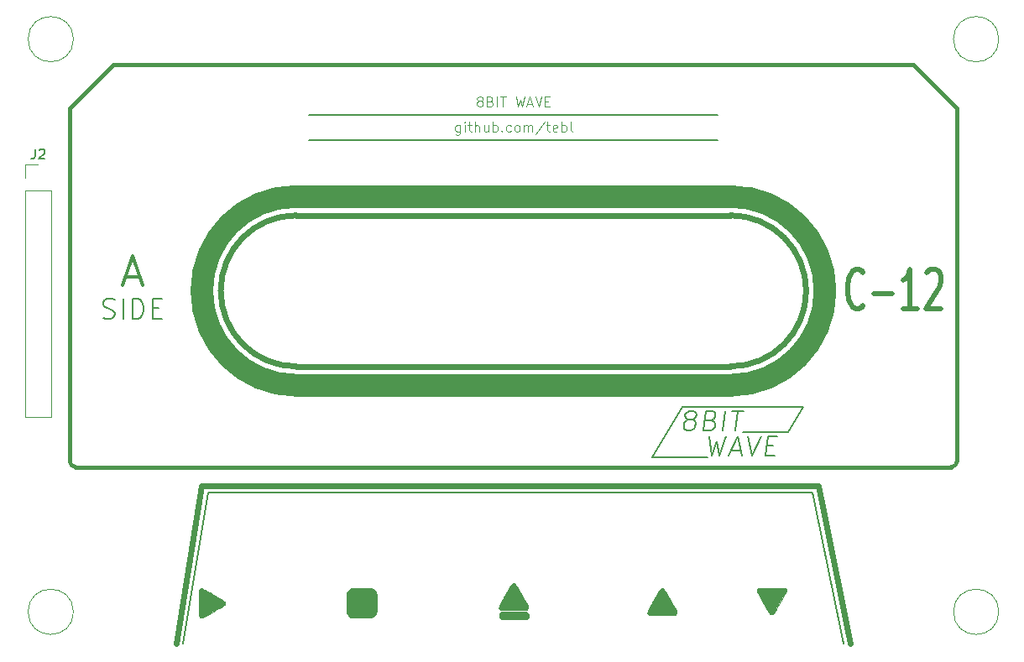
<source format=gto>
G04 #@! TF.GenerationSoftware,KiCad,Pcbnew,(5.1.8)-1*
G04 #@! TF.CreationDate,2021-01-16T01:02:15+01:00*
G04 #@! TF.ProjectId,8bitWave Faceplate A2,38626974-5761-4766-9520-46616365706c,rev?*
G04 #@! TF.SameCoordinates,Original*
G04 #@! TF.FileFunction,Legend,Top*
G04 #@! TF.FilePolarity,Positive*
%FSLAX46Y46*%
G04 Gerber Fmt 4.6, Leading zero omitted, Abs format (unit mm)*
G04 Created by KiCad (PCBNEW (5.1.8)-1) date 2021-01-16 01:02:15*
%MOMM*%
%LPD*%
G01*
G04 APERTURE LIST*
%ADD10C,0.300000*%
%ADD11C,2.300000*%
%ADD12C,0.400000*%
%ADD13C,0.600000*%
%ADD14C,0.500000*%
%ADD15C,0.150000*%
%ADD16C,0.200000*%
%ADD17C,0.100000*%
%ADD18C,0.120000*%
%ADD19C,0.010000*%
G04 APERTURE END LIST*
D10*
X81200714Y-105275000D02*
X82629285Y-105275000D01*
X80915000Y-106132142D02*
X81915000Y-103132142D01*
X82915000Y-106132142D01*
D11*
X88900000Y-106680000D02*
G75*
G03*
X98425000Y-116205000I9525000J0D01*
G01*
X98425000Y-97155000D02*
G75*
G03*
X88900000Y-106680000I0J-9525000D01*
G01*
X142240000Y-116205000D02*
G75*
G03*
X151765000Y-106680000I0J9525000D01*
G01*
X151765000Y-106680000D02*
G75*
G03*
X142240000Y-97155000I-9525000J0D01*
G01*
X98425000Y-97155000D02*
X142240000Y-97155000D01*
X98425000Y-116205000D02*
X142240000Y-116205000D01*
D12*
X76200000Y-124460000D02*
X164465000Y-124460000D01*
D13*
X142240000Y-99060000D02*
X98425000Y-99060000D01*
X98425000Y-114300000D02*
X142240000Y-114300000D01*
X90805000Y-106680000D02*
G75*
G03*
X98425000Y-114300000I7620000J0D01*
G01*
D14*
X155595238Y-108108571D02*
X155476190Y-108299047D01*
X155119047Y-108489523D01*
X154880952Y-108489523D01*
X154523809Y-108299047D01*
X154285714Y-107918095D01*
X154166666Y-107537142D01*
X154047619Y-106775238D01*
X154047619Y-106203809D01*
X154166666Y-105441904D01*
X154285714Y-105060952D01*
X154523809Y-104680000D01*
X154880952Y-104489523D01*
X155119047Y-104489523D01*
X155476190Y-104680000D01*
X155595238Y-104870476D01*
X156666666Y-106965714D02*
X158571428Y-106965714D01*
X161071428Y-108489523D02*
X159642857Y-108489523D01*
X160357142Y-108489523D02*
X160357142Y-104489523D01*
X160119047Y-105060952D01*
X159880952Y-105441904D01*
X159642857Y-105632380D01*
X162023809Y-104870476D02*
X162142857Y-104680000D01*
X162380952Y-104489523D01*
X162976190Y-104489523D01*
X163214285Y-104680000D01*
X163333333Y-104870476D01*
X163452380Y-105251428D01*
X163452380Y-105632380D01*
X163333333Y-106203809D01*
X161904761Y-108489523D01*
X163452380Y-108489523D01*
D15*
X78962619Y-109394523D02*
X79248333Y-109489761D01*
X79724523Y-109489761D01*
X79915000Y-109394523D01*
X80010238Y-109299285D01*
X80105476Y-109108809D01*
X80105476Y-108918333D01*
X80010238Y-108727857D01*
X79915000Y-108632619D01*
X79724523Y-108537380D01*
X79343571Y-108442142D01*
X79153095Y-108346904D01*
X79057857Y-108251666D01*
X78962619Y-108061190D01*
X78962619Y-107870714D01*
X79057857Y-107680238D01*
X79153095Y-107585000D01*
X79343571Y-107489761D01*
X79819761Y-107489761D01*
X80105476Y-107585000D01*
X80962619Y-109489761D02*
X80962619Y-107489761D01*
X81915000Y-109489761D02*
X81915000Y-107489761D01*
X82391190Y-107489761D01*
X82676904Y-107585000D01*
X82867380Y-107775476D01*
X82962619Y-107965952D01*
X83057857Y-108346904D01*
X83057857Y-108632619D01*
X82962619Y-109013571D01*
X82867380Y-109204047D01*
X82676904Y-109394523D01*
X82391190Y-109489761D01*
X81915000Y-109489761D01*
X83915000Y-108442142D02*
X84581666Y-108442142D01*
X84867380Y-109489761D02*
X83915000Y-109489761D01*
X83915000Y-107489761D01*
X84867380Y-107489761D01*
D16*
X99695000Y-88900000D02*
X140970000Y-88900000D01*
X99695000Y-91440000D02*
X140970000Y-91440000D01*
D17*
X114927738Y-89955714D02*
X114927738Y-90765238D01*
X114880119Y-90860476D01*
X114832500Y-90908095D01*
X114737261Y-90955714D01*
X114594404Y-90955714D01*
X114499166Y-90908095D01*
X114927738Y-90574761D02*
X114832500Y-90622380D01*
X114642023Y-90622380D01*
X114546785Y-90574761D01*
X114499166Y-90527142D01*
X114451547Y-90431904D01*
X114451547Y-90146190D01*
X114499166Y-90050952D01*
X114546785Y-90003333D01*
X114642023Y-89955714D01*
X114832500Y-89955714D01*
X114927738Y-90003333D01*
X115403928Y-90622380D02*
X115403928Y-89955714D01*
X115403928Y-89622380D02*
X115356309Y-89670000D01*
X115403928Y-89717619D01*
X115451547Y-89670000D01*
X115403928Y-89622380D01*
X115403928Y-89717619D01*
X115737261Y-89955714D02*
X116118214Y-89955714D01*
X115880119Y-89622380D02*
X115880119Y-90479523D01*
X115927738Y-90574761D01*
X116022976Y-90622380D01*
X116118214Y-90622380D01*
X116451547Y-90622380D02*
X116451547Y-89622380D01*
X116880119Y-90622380D02*
X116880119Y-90098571D01*
X116832500Y-90003333D01*
X116737261Y-89955714D01*
X116594404Y-89955714D01*
X116499166Y-90003333D01*
X116451547Y-90050952D01*
X117784880Y-89955714D02*
X117784880Y-90622380D01*
X117356309Y-89955714D02*
X117356309Y-90479523D01*
X117403928Y-90574761D01*
X117499166Y-90622380D01*
X117642023Y-90622380D01*
X117737261Y-90574761D01*
X117784880Y-90527142D01*
X118261071Y-90622380D02*
X118261071Y-89622380D01*
X118261071Y-90003333D02*
X118356309Y-89955714D01*
X118546785Y-89955714D01*
X118642023Y-90003333D01*
X118689642Y-90050952D01*
X118737261Y-90146190D01*
X118737261Y-90431904D01*
X118689642Y-90527142D01*
X118642023Y-90574761D01*
X118546785Y-90622380D01*
X118356309Y-90622380D01*
X118261071Y-90574761D01*
X119165833Y-90527142D02*
X119213452Y-90574761D01*
X119165833Y-90622380D01*
X119118214Y-90574761D01*
X119165833Y-90527142D01*
X119165833Y-90622380D01*
X120070595Y-90574761D02*
X119975357Y-90622380D01*
X119784880Y-90622380D01*
X119689642Y-90574761D01*
X119642023Y-90527142D01*
X119594404Y-90431904D01*
X119594404Y-90146190D01*
X119642023Y-90050952D01*
X119689642Y-90003333D01*
X119784880Y-89955714D01*
X119975357Y-89955714D01*
X120070595Y-90003333D01*
X120642023Y-90622380D02*
X120546785Y-90574761D01*
X120499166Y-90527142D01*
X120451547Y-90431904D01*
X120451547Y-90146190D01*
X120499166Y-90050952D01*
X120546785Y-90003333D01*
X120642023Y-89955714D01*
X120784880Y-89955714D01*
X120880119Y-90003333D01*
X120927738Y-90050952D01*
X120975357Y-90146190D01*
X120975357Y-90431904D01*
X120927738Y-90527142D01*
X120880119Y-90574761D01*
X120784880Y-90622380D01*
X120642023Y-90622380D01*
X121403928Y-90622380D02*
X121403928Y-89955714D01*
X121403928Y-90050952D02*
X121451547Y-90003333D01*
X121546785Y-89955714D01*
X121689642Y-89955714D01*
X121784880Y-90003333D01*
X121832500Y-90098571D01*
X121832500Y-90622380D01*
X121832500Y-90098571D02*
X121880119Y-90003333D01*
X121975357Y-89955714D01*
X122118214Y-89955714D01*
X122213452Y-90003333D01*
X122261071Y-90098571D01*
X122261071Y-90622380D01*
X123451547Y-89574761D02*
X122594404Y-90860476D01*
X123642023Y-89955714D02*
X124022976Y-89955714D01*
X123784880Y-89622380D02*
X123784880Y-90479523D01*
X123832500Y-90574761D01*
X123927738Y-90622380D01*
X124022976Y-90622380D01*
X124737261Y-90574761D02*
X124642023Y-90622380D01*
X124451547Y-90622380D01*
X124356309Y-90574761D01*
X124308690Y-90479523D01*
X124308690Y-90098571D01*
X124356309Y-90003333D01*
X124451547Y-89955714D01*
X124642023Y-89955714D01*
X124737261Y-90003333D01*
X124784880Y-90098571D01*
X124784880Y-90193809D01*
X124308690Y-90289047D01*
X125213452Y-90622380D02*
X125213452Y-89622380D01*
X125213452Y-90003333D02*
X125308690Y-89955714D01*
X125499166Y-89955714D01*
X125594404Y-90003333D01*
X125642023Y-90050952D01*
X125689642Y-90146190D01*
X125689642Y-90431904D01*
X125642023Y-90527142D01*
X125594404Y-90574761D01*
X125499166Y-90622380D01*
X125308690Y-90622380D01*
X125213452Y-90574761D01*
X126261071Y-90622380D02*
X126165833Y-90574761D01*
X126118214Y-90479523D01*
X126118214Y-89622380D01*
X116856309Y-87510952D02*
X116761071Y-87463333D01*
X116713452Y-87415714D01*
X116665833Y-87320476D01*
X116665833Y-87272857D01*
X116713452Y-87177619D01*
X116761071Y-87130000D01*
X116856309Y-87082380D01*
X117046785Y-87082380D01*
X117142023Y-87130000D01*
X117189642Y-87177619D01*
X117237261Y-87272857D01*
X117237261Y-87320476D01*
X117189642Y-87415714D01*
X117142023Y-87463333D01*
X117046785Y-87510952D01*
X116856309Y-87510952D01*
X116761071Y-87558571D01*
X116713452Y-87606190D01*
X116665833Y-87701428D01*
X116665833Y-87891904D01*
X116713452Y-87987142D01*
X116761071Y-88034761D01*
X116856309Y-88082380D01*
X117046785Y-88082380D01*
X117142023Y-88034761D01*
X117189642Y-87987142D01*
X117237261Y-87891904D01*
X117237261Y-87701428D01*
X117189642Y-87606190D01*
X117142023Y-87558571D01*
X117046785Y-87510952D01*
X117999166Y-87558571D02*
X118142023Y-87606190D01*
X118189642Y-87653809D01*
X118237261Y-87749047D01*
X118237261Y-87891904D01*
X118189642Y-87987142D01*
X118142023Y-88034761D01*
X118046785Y-88082380D01*
X117665833Y-88082380D01*
X117665833Y-87082380D01*
X117999166Y-87082380D01*
X118094404Y-87130000D01*
X118142023Y-87177619D01*
X118189642Y-87272857D01*
X118189642Y-87368095D01*
X118142023Y-87463333D01*
X118094404Y-87510952D01*
X117999166Y-87558571D01*
X117665833Y-87558571D01*
X118665833Y-88082380D02*
X118665833Y-87082380D01*
X118999166Y-87082380D02*
X119570595Y-87082380D01*
X119284880Y-88082380D02*
X119284880Y-87082380D01*
X120570595Y-87082380D02*
X120808690Y-88082380D01*
X120999166Y-87368095D01*
X121189642Y-88082380D01*
X121427738Y-87082380D01*
X121761071Y-87796666D02*
X122237261Y-87796666D01*
X121665833Y-88082380D02*
X121999166Y-87082380D01*
X122332500Y-88082380D01*
X122522976Y-87082380D02*
X122856309Y-88082380D01*
X123189642Y-87082380D01*
X123522976Y-87558571D02*
X123856309Y-87558571D01*
X123999166Y-88082380D02*
X123522976Y-88082380D01*
X123522976Y-87082380D01*
X123999166Y-87082380D01*
D16*
X153670000Y-142240000D02*
X150495000Y-127000000D01*
X86995000Y-142240000D02*
X89530000Y-127000000D01*
X150495000Y-127000000D02*
X89535000Y-127000000D01*
D13*
X149860000Y-106680000D02*
G75*
G03*
X142240000Y-99060000I-7620000J0D01*
G01*
X142240000Y-114300000D02*
G75*
G03*
X149860000Y-106680000I0J7620000D01*
G01*
X98425000Y-99060000D02*
G75*
G03*
X90805000Y-106680000I0J-7620000D01*
G01*
D12*
X160655000Y-83820000D02*
X80010000Y-83820000D01*
X165100000Y-123825000D02*
X165100000Y-88265000D01*
X164465000Y-124460000D02*
G75*
G03*
X165100000Y-123825000I0J635000D01*
G01*
X75565000Y-123825000D02*
X75565000Y-88265000D01*
X75565000Y-123825000D02*
G75*
G03*
X76200000Y-124460000I635000J0D01*
G01*
X160655000Y-83820000D02*
X165100000Y-88265000D01*
X80010000Y-83820000D02*
X75565000Y-88265000D01*
D13*
X88900000Y-126365000D02*
X151130000Y-126365000D01*
X88900000Y-126365000D02*
X86360000Y-142240000D01*
X151130000Y-126365000D02*
X154305000Y-142240000D01*
D18*
X71060000Y-119440000D02*
X73720000Y-119440000D01*
X71060000Y-96520000D02*
X71060000Y-119440000D01*
X73720000Y-96520000D02*
X73720000Y-119440000D01*
X71060000Y-96520000D02*
X73720000Y-96520000D01*
X71060000Y-95250000D02*
X71060000Y-93920000D01*
X71060000Y-93920000D02*
X72390000Y-93920000D01*
X75946000Y-139065000D02*
G75*
G03*
X75946000Y-139065000I-2286000J0D01*
G01*
X169291000Y-139065000D02*
G75*
G03*
X169291000Y-139065000I-2286000J0D01*
G01*
X169291000Y-81280000D02*
G75*
G03*
X169291000Y-81280000I-2286000J0D01*
G01*
X75946000Y-81280000D02*
G75*
G03*
X75946000Y-81280000I-2286000J0D01*
G01*
D19*
G36*
X88918908Y-136706653D02*
G01*
X89047678Y-136758817D01*
X89154590Y-136816790D01*
X89228716Y-136859672D01*
X89344528Y-136926514D01*
X89494779Y-137013140D01*
X89672224Y-137115375D01*
X89869614Y-137229044D01*
X90079705Y-137349971D01*
X90262157Y-137454946D01*
X90469420Y-137575216D01*
X90662816Y-137689434D01*
X90836437Y-137793960D01*
X90984377Y-137885154D01*
X91100728Y-137959376D01*
X91179583Y-138012987D01*
X91214657Y-138041852D01*
X91264411Y-138143950D01*
X91258984Y-138248631D01*
X91198849Y-138349050D01*
X91193056Y-138355268D01*
X91150981Y-138387908D01*
X91065861Y-138444512D01*
X90943827Y-138521335D01*
X90791008Y-138614631D01*
X90613534Y-138720653D01*
X90417534Y-138835656D01*
X90226445Y-138945985D01*
X90012735Y-139068491D01*
X89806226Y-139186994D01*
X89614090Y-139297366D01*
X89443501Y-139395484D01*
X89301634Y-139477220D01*
X89195663Y-139538449D01*
X89140337Y-139570605D01*
X88990930Y-139647847D01*
X88872405Y-139684122D01*
X88777288Y-139679877D01*
X88698106Y-139635555D01*
X88662620Y-139599057D01*
X88589556Y-139512225D01*
X88589556Y-136867998D01*
X88662620Y-136781166D01*
X88734188Y-136718393D01*
X88817014Y-136693367D01*
X88918908Y-136706653D01*
G37*
X88918908Y-136706653D02*
X89047678Y-136758817D01*
X89154590Y-136816790D01*
X89228716Y-136859672D01*
X89344528Y-136926514D01*
X89494779Y-137013140D01*
X89672224Y-137115375D01*
X89869614Y-137229044D01*
X90079705Y-137349971D01*
X90262157Y-137454946D01*
X90469420Y-137575216D01*
X90662816Y-137689434D01*
X90836437Y-137793960D01*
X90984377Y-137885154D01*
X91100728Y-137959376D01*
X91179583Y-138012987D01*
X91214657Y-138041852D01*
X91264411Y-138143950D01*
X91258984Y-138248631D01*
X91198849Y-138349050D01*
X91193056Y-138355268D01*
X91150981Y-138387908D01*
X91065861Y-138444512D01*
X90943827Y-138521335D01*
X90791008Y-138614631D01*
X90613534Y-138720653D01*
X90417534Y-138835656D01*
X90226445Y-138945985D01*
X90012735Y-139068491D01*
X89806226Y-139186994D01*
X89614090Y-139297366D01*
X89443501Y-139395484D01*
X89301634Y-139477220D01*
X89195663Y-139538449D01*
X89140337Y-139570605D01*
X88990930Y-139647847D01*
X88872405Y-139684122D01*
X88777288Y-139679877D01*
X88698106Y-139635555D01*
X88662620Y-139599057D01*
X88589556Y-139512225D01*
X88589556Y-136867998D01*
X88662620Y-136781166D01*
X88734188Y-136718393D01*
X88817014Y-136693367D01*
X88918908Y-136706653D01*
G36*
X106164162Y-136738047D02*
G01*
X106321687Y-136846139D01*
X106437341Y-136991905D01*
X106500182Y-137139135D01*
X106512565Y-137210607D01*
X106522771Y-137329511D01*
X106530807Y-137486879D01*
X106536677Y-137673741D01*
X106540387Y-137881126D01*
X106541943Y-138100066D01*
X106541350Y-138321590D01*
X106538613Y-138536730D01*
X106533738Y-138736515D01*
X106526731Y-138911977D01*
X106517597Y-139054145D01*
X106506341Y-139154050D01*
X106498935Y-139188787D01*
X106422715Y-139360619D01*
X106307007Y-139493723D01*
X106167248Y-139584194D01*
X106019807Y-139657667D01*
X105030515Y-139655439D01*
X104749608Y-139653939D01*
X104504470Y-139650858D01*
X104299102Y-139646314D01*
X104137502Y-139640426D01*
X104023670Y-139633312D01*
X103961605Y-139625091D01*
X103956556Y-139623615D01*
X103803728Y-139541563D01*
X103671881Y-139413254D01*
X103611463Y-139325100D01*
X103533223Y-139192000D01*
X103524794Y-138226449D01*
X103523200Y-137934625D01*
X103523806Y-137683267D01*
X103526547Y-137475638D01*
X103531359Y-137314999D01*
X103538178Y-137204612D01*
X103545877Y-137151299D01*
X103617375Y-136987534D01*
X103731970Y-136846661D01*
X103877411Y-136743303D01*
X103894738Y-136734865D01*
X103934550Y-136716792D01*
X103972475Y-136702230D01*
X104014837Y-136690798D01*
X104067959Y-136682116D01*
X104138164Y-136675802D01*
X104231775Y-136671474D01*
X104355114Y-136668752D01*
X104514504Y-136667254D01*
X104716269Y-136666599D01*
X104966731Y-136666406D01*
X105030515Y-136666387D01*
X106019807Y-136666112D01*
X106164162Y-136738047D01*
G37*
X106164162Y-136738047D02*
X106321687Y-136846139D01*
X106437341Y-136991905D01*
X106500182Y-137139135D01*
X106512565Y-137210607D01*
X106522771Y-137329511D01*
X106530807Y-137486879D01*
X106536677Y-137673741D01*
X106540387Y-137881126D01*
X106541943Y-138100066D01*
X106541350Y-138321590D01*
X106538613Y-138536730D01*
X106533738Y-138736515D01*
X106526731Y-138911977D01*
X106517597Y-139054145D01*
X106506341Y-139154050D01*
X106498935Y-139188787D01*
X106422715Y-139360619D01*
X106307007Y-139493723D01*
X106167248Y-139584194D01*
X106019807Y-139657667D01*
X105030515Y-139655439D01*
X104749608Y-139653939D01*
X104504470Y-139650858D01*
X104299102Y-139646314D01*
X104137502Y-139640426D01*
X104023670Y-139633312D01*
X103961605Y-139625091D01*
X103956556Y-139623615D01*
X103803728Y-139541563D01*
X103671881Y-139413254D01*
X103611463Y-139325100D01*
X103533223Y-139192000D01*
X103524794Y-138226449D01*
X103523200Y-137934625D01*
X103523806Y-137683267D01*
X103526547Y-137475638D01*
X103531359Y-137314999D01*
X103538178Y-137204612D01*
X103545877Y-137151299D01*
X103617375Y-136987534D01*
X103731970Y-136846661D01*
X103877411Y-136743303D01*
X103894738Y-136734865D01*
X103934550Y-136716792D01*
X103972475Y-136702230D01*
X104014837Y-136690798D01*
X104067959Y-136682116D01*
X104138164Y-136675802D01*
X104231775Y-136671474D01*
X104355114Y-136668752D01*
X104514504Y-136667254D01*
X104716269Y-136666599D01*
X104966731Y-136666406D01*
X105030515Y-136666387D01*
X106019807Y-136666112D01*
X106164162Y-136738047D01*
G36*
X120387987Y-136195069D02*
G01*
X120489114Y-136249559D01*
X120505241Y-136263945D01*
X120538163Y-136306157D01*
X120595015Y-136391348D01*
X120672006Y-136513330D01*
X120765341Y-136665913D01*
X120871230Y-136842908D01*
X120985879Y-137038128D01*
X121088920Y-137216445D01*
X121211067Y-137429359D01*
X121329606Y-137635865D01*
X121440286Y-137828569D01*
X121538858Y-138000077D01*
X121621075Y-138142995D01*
X121682685Y-138249931D01*
X121713012Y-138302410D01*
X121789569Y-138448347D01*
X121828495Y-138562449D01*
X121830575Y-138654238D01*
X121796594Y-138733231D01*
X121752838Y-138784949D01*
X121670342Y-138867445D01*
X119017442Y-138867445D01*
X118930610Y-138794381D01*
X118893730Y-138761766D01*
X118865669Y-138729482D01*
X118848179Y-138693112D01*
X118843010Y-138648243D01*
X118851916Y-138590457D01*
X118876647Y-138515342D01*
X118918955Y-138418480D01*
X118980593Y-138295457D01*
X119063311Y-138141858D01*
X119168862Y-137953267D01*
X119298997Y-137725270D01*
X119455468Y-137453451D01*
X119478391Y-137413700D01*
X119611724Y-137183870D01*
X119738752Y-136967500D01*
X119856263Y-136769877D01*
X119961045Y-136596287D01*
X120049886Y-136452016D01*
X120119575Y-136342350D01*
X120166900Y-136272577D01*
X120185521Y-136249834D01*
X120284345Y-136195052D01*
X120387987Y-136195069D01*
G37*
X120387987Y-136195069D02*
X120489114Y-136249559D01*
X120505241Y-136263945D01*
X120538163Y-136306157D01*
X120595015Y-136391348D01*
X120672006Y-136513330D01*
X120765341Y-136665913D01*
X120871230Y-136842908D01*
X120985879Y-137038128D01*
X121088920Y-137216445D01*
X121211067Y-137429359D01*
X121329606Y-137635865D01*
X121440286Y-137828569D01*
X121538858Y-138000077D01*
X121621075Y-138142995D01*
X121682685Y-138249931D01*
X121713012Y-138302410D01*
X121789569Y-138448347D01*
X121828495Y-138562449D01*
X121830575Y-138654238D01*
X121796594Y-138733231D01*
X121752838Y-138784949D01*
X121670342Y-138867445D01*
X119017442Y-138867445D01*
X118930610Y-138794381D01*
X118893730Y-138761766D01*
X118865669Y-138729482D01*
X118848179Y-138693112D01*
X118843010Y-138648243D01*
X118851916Y-138590457D01*
X118876647Y-138515342D01*
X118918955Y-138418480D01*
X118980593Y-138295457D01*
X119063311Y-138141858D01*
X119168862Y-137953267D01*
X119298997Y-137725270D01*
X119455468Y-137453451D01*
X119478391Y-137413700D01*
X119611724Y-137183870D01*
X119738752Y-136967500D01*
X119856263Y-136769877D01*
X119961045Y-136596287D01*
X120049886Y-136452016D01*
X120119575Y-136342350D01*
X120166900Y-136272577D01*
X120185521Y-136249834D01*
X120284345Y-136195052D01*
X120387987Y-136195069D01*
G36*
X120887520Y-139013215D02*
G01*
X121117922Y-139015236D01*
X121303092Y-139018932D01*
X121439818Y-139024249D01*
X121524890Y-139031134D01*
X121546625Y-139035032D01*
X121633508Y-139074104D01*
X121722720Y-139137424D01*
X121749261Y-139162327D01*
X121810907Y-139236905D01*
X121842536Y-139312954D01*
X121855674Y-139409817D01*
X121844480Y-139563427D01*
X121784852Y-139688704D01*
X121675184Y-139788830D01*
X121659203Y-139798931D01*
X121634616Y-139812588D01*
X121606275Y-139823831D01*
X121568787Y-139832893D01*
X121516758Y-139840010D01*
X121444793Y-139845414D01*
X121347498Y-139849341D01*
X121219481Y-139852024D01*
X121055347Y-139853699D01*
X120849702Y-139854598D01*
X120597153Y-139854957D01*
X120367778Y-139855012D01*
X120075511Y-139854909D01*
X119834295Y-139854446D01*
X119638735Y-139853389D01*
X119483438Y-139851502D01*
X119363009Y-139848551D01*
X119272056Y-139844303D01*
X119205184Y-139838524D01*
X119156998Y-139830978D01*
X119122107Y-139821432D01*
X119095114Y-139809651D01*
X119076354Y-139798931D01*
X118960195Y-139700340D01*
X118894490Y-139576502D01*
X118878705Y-139426375D01*
X118879385Y-139415811D01*
X118911576Y-139266619D01*
X118986819Y-139150585D01*
X119083667Y-139074438D01*
X119108521Y-139061425D01*
X119140165Y-139050693D01*
X119184106Y-139041971D01*
X119245850Y-139034989D01*
X119330905Y-139029475D01*
X119444776Y-139025158D01*
X119592972Y-139021768D01*
X119780998Y-139019034D01*
X120014361Y-139016684D01*
X120298568Y-139014449D01*
X120303857Y-139014410D01*
X120615094Y-139012922D01*
X120887520Y-139013215D01*
G37*
X120887520Y-139013215D02*
X121117922Y-139015236D01*
X121303092Y-139018932D01*
X121439818Y-139024249D01*
X121524890Y-139031134D01*
X121546625Y-139035032D01*
X121633508Y-139074104D01*
X121722720Y-139137424D01*
X121749261Y-139162327D01*
X121810907Y-139236905D01*
X121842536Y-139312954D01*
X121855674Y-139409817D01*
X121844480Y-139563427D01*
X121784852Y-139688704D01*
X121675184Y-139788830D01*
X121659203Y-139798931D01*
X121634616Y-139812588D01*
X121606275Y-139823831D01*
X121568787Y-139832893D01*
X121516758Y-139840010D01*
X121444793Y-139845414D01*
X121347498Y-139849341D01*
X121219481Y-139852024D01*
X121055347Y-139853699D01*
X120849702Y-139854598D01*
X120597153Y-139854957D01*
X120367778Y-139855012D01*
X120075511Y-139854909D01*
X119834295Y-139854446D01*
X119638735Y-139853389D01*
X119483438Y-139851502D01*
X119363009Y-139848551D01*
X119272056Y-139844303D01*
X119205184Y-139838524D01*
X119156998Y-139830978D01*
X119122107Y-139821432D01*
X119095114Y-139809651D01*
X119076354Y-139798931D01*
X118960195Y-139700340D01*
X118894490Y-139576502D01*
X118878705Y-139426375D01*
X118879385Y-139415811D01*
X118911576Y-139266619D01*
X118986819Y-139150585D01*
X119083667Y-139074438D01*
X119108521Y-139061425D01*
X119140165Y-139050693D01*
X119184106Y-139041971D01*
X119245850Y-139034989D01*
X119330905Y-139029475D01*
X119444776Y-139025158D01*
X119592972Y-139021768D01*
X119780998Y-139019034D01*
X120014361Y-139016684D01*
X120298568Y-139014449D01*
X120303857Y-139014410D01*
X120615094Y-139012922D01*
X120887520Y-139013215D01*
G36*
X146691407Y-136652228D02*
G01*
X146956698Y-136653216D01*
X147175314Y-136655420D01*
X147352139Y-136659296D01*
X147492057Y-136665301D01*
X147599952Y-136673890D01*
X147680708Y-136685521D01*
X147739209Y-136700649D01*
X147780341Y-136719730D01*
X147808986Y-136743220D01*
X147830028Y-136771577D01*
X147839840Y-136788867D01*
X147856510Y-136824601D01*
X147866123Y-136861916D01*
X147866614Y-136905360D01*
X147855920Y-136959481D01*
X147831979Y-137028825D01*
X147792728Y-137117940D01*
X147736103Y-137231372D01*
X147660041Y-137373670D01*
X147562480Y-137549379D01*
X147441355Y-137763048D01*
X147294605Y-138019224D01*
X147233030Y-138126336D01*
X147100112Y-138356338D01*
X146974075Y-138572360D01*
X146858026Y-138769221D01*
X146755075Y-138941742D01*
X146668329Y-139084743D01*
X146600898Y-139193044D01*
X146555889Y-139261465D01*
X146538459Y-139283723D01*
X146463884Y-139318820D01*
X146364619Y-139331601D01*
X146268565Y-139320238D01*
X146228842Y-139304001D01*
X146194791Y-139268430D01*
X146142558Y-139195855D01*
X146080883Y-139098884D01*
X146048442Y-139043804D01*
X146002766Y-138964366D01*
X145933103Y-138843523D01*
X145843751Y-138688714D01*
X145739008Y-138507380D01*
X145623171Y-138306963D01*
X145500538Y-138094902D01*
X145396878Y-137915739D01*
X145254931Y-137669654D01*
X145139545Y-137466998D01*
X145048505Y-137302645D01*
X144979590Y-137171470D01*
X144930583Y-137068344D01*
X144899266Y-136988143D01*
X144883421Y-136925740D01*
X144880829Y-136876009D01*
X144889273Y-136833823D01*
X144906534Y-136794056D01*
X144909272Y-136788867D01*
X144928256Y-136757726D01*
X144952234Y-136731694D01*
X144986091Y-136710315D01*
X145034711Y-136693134D01*
X145102977Y-136679693D01*
X145195774Y-136669536D01*
X145317987Y-136662208D01*
X145474499Y-136657252D01*
X145670194Y-136654212D01*
X145909957Y-136652632D01*
X146198671Y-136652055D01*
X146374556Y-136652000D01*
X146691407Y-136652228D01*
G37*
X146691407Y-136652228D02*
X146956698Y-136653216D01*
X147175314Y-136655420D01*
X147352139Y-136659296D01*
X147492057Y-136665301D01*
X147599952Y-136673890D01*
X147680708Y-136685521D01*
X147739209Y-136700649D01*
X147780341Y-136719730D01*
X147808986Y-136743220D01*
X147830028Y-136771577D01*
X147839840Y-136788867D01*
X147856510Y-136824601D01*
X147866123Y-136861916D01*
X147866614Y-136905360D01*
X147855920Y-136959481D01*
X147831979Y-137028825D01*
X147792728Y-137117940D01*
X147736103Y-137231372D01*
X147660041Y-137373670D01*
X147562480Y-137549379D01*
X147441355Y-137763048D01*
X147294605Y-138019224D01*
X147233030Y-138126336D01*
X147100112Y-138356338D01*
X146974075Y-138572360D01*
X146858026Y-138769221D01*
X146755075Y-138941742D01*
X146668329Y-139084743D01*
X146600898Y-139193044D01*
X146555889Y-139261465D01*
X146538459Y-139283723D01*
X146463884Y-139318820D01*
X146364619Y-139331601D01*
X146268565Y-139320238D01*
X146228842Y-139304001D01*
X146194791Y-139268430D01*
X146142558Y-139195855D01*
X146080883Y-139098884D01*
X146048442Y-139043804D01*
X146002766Y-138964366D01*
X145933103Y-138843523D01*
X145843751Y-138688714D01*
X145739008Y-138507380D01*
X145623171Y-138306963D01*
X145500538Y-138094902D01*
X145396878Y-137915739D01*
X145254931Y-137669654D01*
X145139545Y-137466998D01*
X145048505Y-137302645D01*
X144979590Y-137171470D01*
X144930583Y-137068344D01*
X144899266Y-136988143D01*
X144883421Y-136925740D01*
X144880829Y-136876009D01*
X144889273Y-136833823D01*
X144906534Y-136794056D01*
X144909272Y-136788867D01*
X144928256Y-136757726D01*
X144952234Y-136731694D01*
X144986091Y-136710315D01*
X145034711Y-136693134D01*
X145102977Y-136679693D01*
X145195774Y-136669536D01*
X145317987Y-136662208D01*
X145474499Y-136657252D01*
X145670194Y-136654212D01*
X145909957Y-136652632D01*
X146198671Y-136652055D01*
X146374556Y-136652000D01*
X146691407Y-136652228D01*
D15*
X149606000Y-118364000D02*
X137414000Y-118364000D01*
X134366000Y-123444000D02*
X139954000Y-123444000D01*
X148082000Y-120904000D02*
X149606000Y-118364000D01*
X134366000Y-123444000D02*
X137414000Y-118364000D01*
X143510000Y-120904000D02*
X148082000Y-120904000D01*
D19*
G36*
X135373987Y-136703069D02*
G01*
X135475114Y-136757559D01*
X135491241Y-136771945D01*
X135524163Y-136814157D01*
X135581015Y-136899348D01*
X135658006Y-137021330D01*
X135751341Y-137173913D01*
X135857230Y-137350908D01*
X135971879Y-137546128D01*
X136074920Y-137724445D01*
X136197067Y-137937359D01*
X136315606Y-138143865D01*
X136426286Y-138336569D01*
X136524858Y-138508077D01*
X136607075Y-138650995D01*
X136668685Y-138757931D01*
X136699012Y-138810410D01*
X136775569Y-138956347D01*
X136814495Y-139070449D01*
X136816575Y-139162238D01*
X136782594Y-139241231D01*
X136738838Y-139292949D01*
X136656342Y-139375445D01*
X134003442Y-139375445D01*
X133916610Y-139302381D01*
X133879730Y-139269766D01*
X133851669Y-139237482D01*
X133834179Y-139201112D01*
X133829010Y-139156243D01*
X133837916Y-139098457D01*
X133862647Y-139023342D01*
X133904955Y-138926480D01*
X133966593Y-138803457D01*
X134049311Y-138649858D01*
X134154862Y-138461267D01*
X134284997Y-138233270D01*
X134441468Y-137961451D01*
X134464391Y-137921700D01*
X134597724Y-137691870D01*
X134724752Y-137475500D01*
X134842263Y-137277877D01*
X134947045Y-137104287D01*
X135035886Y-136960016D01*
X135105575Y-136850350D01*
X135152900Y-136780577D01*
X135171521Y-136757834D01*
X135270345Y-136703052D01*
X135373987Y-136703069D01*
G37*
X135373987Y-136703069D02*
X135475114Y-136757559D01*
X135491241Y-136771945D01*
X135524163Y-136814157D01*
X135581015Y-136899348D01*
X135658006Y-137021330D01*
X135751341Y-137173913D01*
X135857230Y-137350908D01*
X135971879Y-137546128D01*
X136074920Y-137724445D01*
X136197067Y-137937359D01*
X136315606Y-138143865D01*
X136426286Y-138336569D01*
X136524858Y-138508077D01*
X136607075Y-138650995D01*
X136668685Y-138757931D01*
X136699012Y-138810410D01*
X136775569Y-138956347D01*
X136814495Y-139070449D01*
X136816575Y-139162238D01*
X136782594Y-139241231D01*
X136738838Y-139292949D01*
X136656342Y-139375445D01*
X134003442Y-139375445D01*
X133916610Y-139302381D01*
X133879730Y-139269766D01*
X133851669Y-139237482D01*
X133834179Y-139201112D01*
X133829010Y-139156243D01*
X133837916Y-139098457D01*
X133862647Y-139023342D01*
X133904955Y-138926480D01*
X133966593Y-138803457D01*
X134049311Y-138649858D01*
X134154862Y-138461267D01*
X134284997Y-138233270D01*
X134441468Y-137961451D01*
X134464391Y-137921700D01*
X134597724Y-137691870D01*
X134724752Y-137475500D01*
X134842263Y-137277877D01*
X134947045Y-137104287D01*
X135035886Y-136960016D01*
X135105575Y-136850350D01*
X135152900Y-136780577D01*
X135171521Y-136757834D01*
X135270345Y-136703052D01*
X135373987Y-136703069D01*
D15*
X72056666Y-92372380D02*
X72056666Y-93086666D01*
X72009047Y-93229523D01*
X71913809Y-93324761D01*
X71770952Y-93372380D01*
X71675714Y-93372380D01*
X72485238Y-92467619D02*
X72532857Y-92420000D01*
X72628095Y-92372380D01*
X72866190Y-92372380D01*
X72961428Y-92420000D01*
X73009047Y-92467619D01*
X73056666Y-92562857D01*
X73056666Y-92658095D01*
X73009047Y-92800952D01*
X72437619Y-93372380D01*
X73056666Y-93372380D01*
X140096026Y-121332761D02*
X140322217Y-123332761D01*
X140881741Y-121904190D01*
X141084122Y-123332761D01*
X141810312Y-121332761D01*
X142298407Y-122761333D02*
X143250788Y-122761333D01*
X142036502Y-123332761D02*
X142953169Y-121332761D01*
X143369836Y-123332761D01*
X144000788Y-121332761D02*
X144417455Y-123332761D01*
X145334122Y-121332761D01*
X145881741Y-122285142D02*
X146548407Y-122285142D01*
X146703169Y-123332761D02*
X145750788Y-123332761D01*
X146000788Y-121332761D01*
X146953169Y-121332761D01*
X137988502Y-119649904D02*
X137809931Y-119554666D01*
X137726598Y-119459428D01*
X137655169Y-119268952D01*
X137667074Y-119173714D01*
X137786122Y-118983238D01*
X137893264Y-118888000D01*
X138095645Y-118792761D01*
X138476598Y-118792761D01*
X138655169Y-118888000D01*
X138738502Y-118983238D01*
X138809931Y-119173714D01*
X138798026Y-119268952D01*
X138678979Y-119459428D01*
X138571836Y-119554666D01*
X138369455Y-119649904D01*
X137988502Y-119649904D01*
X137786122Y-119745142D01*
X137678979Y-119840380D01*
X137559931Y-120030857D01*
X137512312Y-120411809D01*
X137583741Y-120602285D01*
X137667074Y-120697523D01*
X137845645Y-120792761D01*
X138226598Y-120792761D01*
X138428979Y-120697523D01*
X138536122Y-120602285D01*
X138655169Y-120411809D01*
X138702788Y-120030857D01*
X138631360Y-119840380D01*
X138548026Y-119745142D01*
X138369455Y-119649904D01*
X140262312Y-119745142D02*
X140536122Y-119840380D01*
X140619455Y-119935619D01*
X140690883Y-120126095D01*
X140655169Y-120411809D01*
X140536122Y-120602285D01*
X140428979Y-120697523D01*
X140226598Y-120792761D01*
X139464693Y-120792761D01*
X139714693Y-118792761D01*
X140381360Y-118792761D01*
X140559931Y-118888000D01*
X140643264Y-118983238D01*
X140714693Y-119173714D01*
X140690883Y-119364190D01*
X140571836Y-119554666D01*
X140464693Y-119649904D01*
X140262312Y-119745142D01*
X139595645Y-119745142D01*
X141464693Y-120792761D02*
X141714693Y-118792761D01*
X142381360Y-118792761D02*
X143524217Y-118792761D01*
X142702788Y-120792761D02*
X142952788Y-118792761D01*
M02*

</source>
